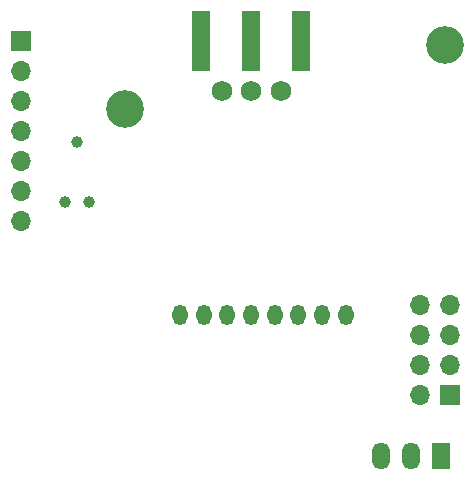
<source format=gbs>
G04 #@! TF.GenerationSoftware,KiCad,Pcbnew,(5.1.9-0-10_14)*
G04 #@! TF.CreationDate,2021-01-29T16:34:27+01:00*
G04 #@! TF.ProjectId,ithowifi_4l,6974686f-7769-4666-995f-346c2e6b6963,rev?*
G04 #@! TF.SameCoordinates,Original*
G04 #@! TF.FileFunction,Soldermask,Bot*
G04 #@! TF.FilePolarity,Negative*
%FSLAX46Y46*%
G04 Gerber Fmt 4.6, Leading zero omitted, Abs format (unit mm)*
G04 Created by KiCad (PCBNEW (5.1.9-0-10_14)) date 2021-01-29 16:34:27*
%MOMM*%
%LPD*%
G01*
G04 APERTURE LIST*
%ADD10C,3.200000*%
%ADD11C,0.990600*%
%ADD12C,1.500000*%
%ADD13O,1.700000X1.700000*%
%ADD14R,1.700000X1.700000*%
%ADD15R,1.500000X5.080000*%
%ADD16C,1.750000*%
%ADD17O,1.300000X1.750000*%
%ADD18O,1.500000X2.300000*%
%ADD19R,1.500000X2.300000*%
G04 APERTURE END LIST*
D10*
X94488000Y-113538000D03*
D11*
X89382600Y-121412000D03*
X91414600Y-121412000D03*
X90398600Y-116332000D03*
D10*
X121630000Y-108120000D03*
D12*
X105181400Y-109474000D03*
D13*
X85725000Y-123037600D03*
X85725000Y-120497600D03*
X85725000Y-117957600D03*
X85725000Y-115417600D03*
X85725000Y-112877600D03*
X85725000Y-110337600D03*
D14*
X85725000Y-107797600D03*
D15*
X100931400Y-107848400D03*
X109431400Y-107848400D03*
X105181400Y-107848400D03*
D16*
X107672000Y-112039000D03*
X105172000Y-112039000D03*
X102672000Y-112039000D03*
D17*
X99172000Y-131039000D03*
X101172000Y-131039000D03*
X103172000Y-131039000D03*
X105172000Y-131039000D03*
X107172000Y-131039000D03*
X109172000Y-131039000D03*
X111172000Y-131039000D03*
X113172000Y-131039000D03*
D18*
X116179600Y-142951200D03*
X118719600Y-142951200D03*
D19*
X121259600Y-142951200D03*
D14*
X122047000Y-137795000D03*
D13*
X119507000Y-137795000D03*
X122047000Y-135255000D03*
X119507000Y-135255000D03*
X122047000Y-132715000D03*
X119507000Y-132715000D03*
X122047000Y-130175000D03*
X119507000Y-130175000D03*
M02*

</source>
